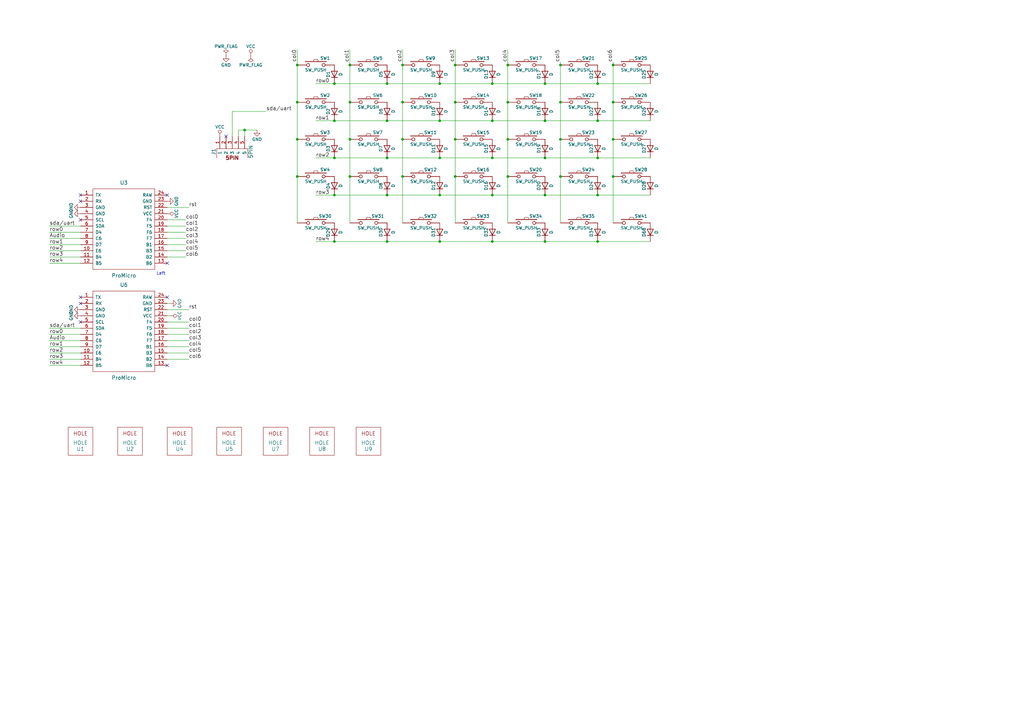
<source format=kicad_sch>
(kicad_sch (version 20231120) (generator "eeschema") (generator_version "8.0")
  (paper "A3")
  (title_block (title "Dash") (rev "1.0.0-alpha") (company "omkbd"))
  (lib_symbols
    (symbol "Device:D" (pin_numbers hide) (pin_names (offset 1.016) hide)
      (property "Reference" "D" (at 0 2.54 0))
      (property "Value" "D" (at 0 -2.54 0))
      (symbol "D_0_1"
        (polyline (pts (xy -1.27 1.27) (xy -1.27 -1.27)) (stroke (width 0.254)))
        (polyline (pts (xy 1.27 0) (xy -1.27 0)))
        (polyline (pts (xy 1.27 1.27) (xy 1.27 -1.27) (xy -1.27 0) (xy 1.27 1.27)) (stroke (width 0.254)))
      )
      (symbol "D_1_1"
        (pin passive line (at -3.81 0 0) (length 2.54) (name "K") (number "1"))
        (pin passive line (at 3.81 0 180) (length 2.54) (name "A") (number "2"))
      )
    )
    (symbol "ergodash-rescue:5PIN-ergodash" (pin_names (offset 1.016))
      (property "Reference" "J" (at -1.27 7.62 0))
      (property "Value" "ergodash:5PIN" (at -1.27 -7.62 0))
      (symbol "5PIN-ergodash_0_0"
        (polyline (pts (xy -3.81 6.35) (xy 0 6.35) (xy 0 -6.35) (xy -3.81 -6.35)))
        (text "5PIN" (at -3.81 0 900) (effects (font (size 1.524 1.524) (bold yes))))
      )
      (symbol "5PIN-ergodash_1_1"
        (pin power_in line (at 5.08 5.08 180) (length 5.08) (name "1") (number "1"))
        (pin bidirectional line (at 5.08 2.54 180) (length 5.08) (name "2") (number "2"))
        (pin bidirectional line (at 5.08 0 180) (length 5.08) (name "3") (number "3"))
        (pin power_in line (at 5.08 -2.54 180) (length 5.08) (name "4") (number "4"))
        (pin power_in line (at 5.08 -5.08 180) (length 5.08) (name "5") (number "5"))
      )
    )
    (symbol "ergodash-rescue:GND-power" (power) (pin_names (offset 0))
      (property "Value" "power:GND" (at 0 -3.81 0))
      (symbol "GND-power_0_1"
        (polyline (pts (xy 0 0) (xy 0 -1.27) (xy 1.27 -1.27) (xy 0 -2.54) (xy -1.27 -1.27) (xy 0 -1.27)))
      )
      (symbol "GND-power_1_1"
        (pin power_in line (at 0 0 270) (length 0) hide (name "GND") (number "1"))
      )
    )
    (symbol "ergodash-rescue:HOLE-ergodash" (pin_names (offset 1.016))
      (property "Reference" "U" (at 0 0 0))
      (property "Value" "ergodash:HOLE" (at 0 2.54 0))
      (symbol "HOLE-ergodash_0_0"
        (text "HOLE" (at 0 6.35 0) (effects (font (size 1.524 1.524))))
      )
      (symbol "HOLE-ergodash_0_1"
        (rectangle (start -5.08 8.89) (end 5.08 -2.54))
      )
    )
    (symbol "ergodash-rescue:PWR_FLAG-power" (power) (pin_numbers hide) (pin_names (offset 0) hide)
      (property "Value" "power:PWR_FLAG" (at 0 3.81 0))
      (symbol "PWR_FLAG-power_0_0"
        (pin power_out line (at 0 0 90) (length 0) (name "pwr") (number "1"))
      )
      (symbol "PWR_FLAG-power_0_1"
        (polyline (pts (xy 0 0) (xy 0 1.27) (xy -1.016 1.905) (xy 0 2.54) (xy 1.016 1.905) (xy 0 1.27)))
      )
    )
    (symbol "ergodash-rescue:ProMicro-promicro" (pin_names (offset 1.016))
      (property "Reference" "U" (at 0 24.13 0))
      (property "Value" "promicro:ProMicro" (at 0 -13.97 0))
      (symbol "ProMicro-promicro_0_1"
        (rectangle (start -12.7 21.59) (end 12.7 -11.43))
      )
      (symbol "ProMicro-promicro_1_1"
        (pin bidirectional line (at -17.78 19.05 0) (length 5.08) (name "TX") (number "1"))
        (pin bidirectional line (at -17.78 -3.81 0) (length 5.08) (name "E6") (number "10"))
        (pin bidirectional line (at -17.78 -6.35 0) (length 5.08) (name "B4") (number "11"))
        (pin bidirectional line (at -17.78 -8.89 0) (length 5.08) (name "B5") (number "12"))
        (pin bidirectional line (at 17.78 -8.89 180) (length 5.08) (name "B6") (number "13"))
        (pin bidirectional line (at 17.78 -6.35 180) (length 5.08) (name "B2") (number "14"))
        (pin bidirectional line (at 17.78 -3.81 180) (length 5.08) (name "B3") (number "15"))
        (pin bidirectional line (at 17.78 -1.27 180) (length 5.08) (name "B1") (number "16"))
        (pin bidirectional line (at 17.78 1.27 180) (length 5.08) (name "F7") (number "17"))
        (pin bidirectional line (at 17.78 3.81 180) (length 5.08) (name "F6") (number "18"))
        (pin bidirectional line (at 17.78 6.35 180) (length 5.08) (name "F5") (number "19"))
        (pin bidirectional line (at -17.78 16.51 0) (length 5.08) (name "RX") (number "2"))
        (pin bidirectional line (at 17.78 8.89 180) (length 5.08) (name "F4") (number "20"))
        (pin power_in line (at 17.78 11.43 180) (length 5.08) (name "VCC") (number "21"))
        (pin input line (at 17.78 13.97 180) (length 5.08) (name "RST") (number "22"))
        (pin power_in line (at 17.78 16.51 180) (length 5.08) (name "GND") (number "23"))
        (pin power_out line (at 17.78 19.05 180) (length 5.08) (name "RAW") (number "24"))
        (pin power_in line (at -17.78 13.97 0) (length 5.08) (name "GND") (number "3"))
        (pin power_in line (at -17.78 11.43 0) (length 5.08) (name "GND") (number "4"))
        (pin bidirectional line (at -17.78 8.89 0) (length 5.08) (name "SCL") (number "5"))
        (pin bidirectional line (at -17.78 6.35 0) (length 5.08) (name "SDA") (number "6"))
        (pin bidirectional line (at -17.78 3.81 0) (length 5.08) (name "D4") (number "7"))
        (pin bidirectional line (at -17.78 1.27 0) (length 5.08) (name "C6") (number "8"))
        (pin bidirectional line (at -17.78 -1.27 0) (length 5.08) (name "D7") (number "9"))
      )
    )
    (symbol "ergodash-rescue:SW_PUSH-ergodash" (pin_numbers hide) (pin_names (offset 1.016) hide)
      (property "Reference" "SW" (at 3.81 2.794 0))
      (property "Value" "ergodash:SW_PUSH" (at 0 -2.032 0))
      (symbol "SW_PUSH-ergodash_0_1"
        (rectangle (start -4.318 1.27) (end 4.318 1.524))
        (polyline (pts (xy -1.016 1.524) (xy -0.762 2.286) (xy 0.762 2.286) (xy 1.016 1.524)))
        (pin passive inverted (at -7.62 0 0) (length 5.08) (name "1") (number "1"))
        (pin passive inverted (at 7.62 0 180) (length 5.08) (name "2") (number "2"))
      )
    )
    (symbol "ergodash-rescue:VCC-power" (power) (pin_names (offset 0))
      (property "Value" "power:VCC" (at 0 3.81 0))
      (symbol "VCC-power_0_1"
        (polyline (pts (xy 0 0) (xy 0 1.27)))
        (circle (center 0 1.905) (radius 0.635))
      )
      (symbol "VCC-power_1_1"
        (pin power_in line (at 0 0 90) (length 0) hide (name "VCC") (number "1"))
      )
    )
  )
  (junction (at 180.34 49.53))
  (junction (at 245.11 99.06))
  (junction (at 208.28 72.39))
  (junction (at 223.52 80.01))
  (junction (at 251.46 72.39))
  (junction (at 245.11 64.77))
  (junction (at 245.11 34.29))
  (junction (at 201.93 80.01))
  (junction (at 180.34 34.29))
  (junction (at 245.11 49.53))
  (junction (at 186.69 41.91))
  (junction (at 180.34 64.77))
  (junction (at 137.16 34.29))
  (junction (at 251.46 26.67))
  (junction (at 158.75 64.77))
  (junction (at 165.1 41.91))
  (junction (at 186.69 57.15))
  (junction (at 229.87 41.91))
  (junction (at 158.75 34.29))
  (junction (at 165.1 72.39))
  (junction (at 143.51 57.15))
  (junction (at 143.51 41.91))
  (junction (at 158.75 49.53))
  (junction (at 208.28 57.15))
  (junction (at 143.51 72.39))
  (junction (at 251.46 41.91))
  (junction (at 229.87 57.15))
  (junction (at 121.92 26.67))
  (junction (at 223.52 64.77))
  (junction (at 223.52 34.29))
  (junction (at 165.1 26.67))
  (junction (at 201.93 49.53))
  (junction (at 229.87 72.39))
  (junction (at 121.92 57.15))
  (junction (at 137.16 49.53))
  (junction (at 245.11 80.01))
  (junction (at 201.93 64.77))
  (junction (at 137.16 64.77))
  (junction (at 100.33 53.34))
  (junction (at 158.75 99.06))
  (junction (at 223.52 49.53))
  (junction (at 208.28 26.67))
  (junction (at 143.51 26.67))
  (junction (at 137.16 80.01))
  (junction (at 137.16 99.06))
  (junction (at 186.69 72.39))
  (junction (at 223.52 99.06))
  (junction (at 121.92 72.39))
  (junction (at 229.87 26.67))
  (junction (at 180.34 80.01))
  (junction (at 186.69 26.67))
  (junction (at 165.1 57.15))
  (junction (at 208.28 41.91))
  (junction (at 201.93 99.06))
  (junction (at 121.92 41.91))
  (junction (at 251.46 57.15))
  (junction (at 158.75 80.01))
  (junction (at 180.34 99.06))
  (junction (at 201.93 34.29))
  (no_connect (at 92.71 55.88))
  (no_connect (at 33.02 82.55))
  (no_connect (at 68.58 107.95))
  (no_connect (at 33.02 80.01))
  (no_connect (at 33.02 121.92))
  (no_connect (at 33.02 90.17))
  (no_connect (at 68.58 80.01))
  (no_connect (at 33.02 132.08))
  (no_connect (at 33.02 124.46))
  (no_connect (at 68.58 121.92))
  (no_connect (at 68.58 149.86))
  (wire (pts (xy 143.51 26.67) (xy 143.51 41.91)))
  (wire (pts (xy 121.92 26.67) (xy 121.92 41.91)))
  (wire (pts (xy 229.87 26.67) (xy 229.87 41.91)))
  (wire (pts (xy 20.32 92.71) (xy 33.02 92.71)))
  (wire (pts (xy 95.25 45.72) (xy 109.22 45.72)))
  (wire (pts (xy 223.52 64.77) (xy 245.11 64.77)))
  (wire (pts (xy 129.54 80.01) (xy 137.16 80.01)))
  (wire (pts (xy 229.87 57.15) (xy 229.87 72.39)))
  (wire (pts (xy 20.32 142.24) (xy 33.02 142.24)))
  (wire (pts (xy 137.16 99.06) (xy 158.75 99.06)))
  (wire (pts (xy 20.32 139.7) (xy 33.02 139.7)))
  (wire (pts (xy 20.32 95.25) (xy 33.02 95.25)))
  (wire (pts (xy 68.58 142.24) (xy 77.47 142.24)))
  (wire (pts (xy 223.52 49.53) (xy 245.11 49.53)))
  (wire (pts (xy 137.16 34.29) (xy 158.75 34.29)))
  (wire (pts (xy 68.58 90.17) (xy 76.2 90.17)))
  (wire (pts (xy 251.46 41.91) (xy 251.46 57.15)))
  (wire (pts (xy 165.1 20.32) (xy 165.1 26.67)))
  (wire (pts (xy 180.34 34.29) (xy 201.93 34.29)))
  (wire (pts (xy 251.46 25.4) (xy 251.46 26.67)))
  (wire (pts (xy 229.87 72.39) (xy 229.87 91.44)))
  (wire (pts (xy 201.93 49.53) (xy 223.52 49.53)))
  (wire (pts (xy 20.32 144.78) (xy 33.02 144.78)))
  (wire (pts (xy 97.79 55.88) (xy 97.79 53.34)))
  (wire (pts (xy 68.58 100.33) (xy 76.2 100.33)))
  (wire (pts (xy 158.75 99.06) (xy 180.34 99.06)))
  (wire (pts (xy 208.28 26.67) (xy 208.28 41.91)))
  (wire (pts (xy 245.11 49.53) (xy 266.7 49.53)))
  (wire (pts (xy 137.16 64.77) (xy 158.75 64.77)))
  (wire (pts (xy 245.11 99.06) (xy 266.7 99.06)))
  (wire (pts (xy 180.34 64.77) (xy 201.93 64.77)))
  (wire (pts (xy 223.52 80.01) (xy 245.11 80.01)))
  (wire (pts (xy 68.58 124.46) (xy 69.85 124.46)))
  (wire (pts (xy 165.1 72.39) (xy 165.1 91.44)))
  (wire (pts (xy 201.93 64.77) (xy 223.52 64.77)))
  (wire (pts (xy 68.58 85.09) (xy 77.47 85.09)))
  (wire (pts (xy 68.58 139.7) (xy 77.47 139.7)))
  (wire (pts (xy 20.32 147.32) (xy 33.02 147.32)))
  (wire (pts (xy 68.58 144.78) (xy 77.47 144.78)))
  (wire (pts (xy 201.93 34.29) (xy 223.52 34.29)))
  (wire (pts (xy 20.32 137.16) (xy 33.02 137.16)))
  (wire (pts (xy 186.69 26.67) (xy 186.69 41.91)))
  (wire (pts (xy 251.46 26.67) (xy 251.46 41.91)))
  (wire (pts (xy 186.69 72.39) (xy 186.69 91.44)))
  (wire (pts (xy 223.52 99.06) (xy 245.11 99.06)))
  (wire (pts (xy 208.28 41.91) (xy 208.28 57.15)))
  (wire (pts (xy 165.1 41.91) (xy 165.1 57.15)))
  (wire (pts (xy 20.32 149.86) (xy 33.02 149.86)))
  (wire (pts (xy 121.92 72.39) (xy 121.92 91.44)))
  (wire (pts (xy 180.34 99.06) (xy 201.93 99.06)))
  (wire (pts (xy 68.58 102.87) (xy 76.2 102.87)))
  (wire (pts (xy 186.69 41.91) (xy 186.69 57.15)))
  (wire (pts (xy 97.79 53.34) (xy 100.33 53.34)))
  (wire (pts (xy 68.58 95.25) (xy 76.2 95.25)))
  (wire (pts (xy 129.54 34.29) (xy 137.16 34.29)))
  (wire (pts (xy 68.58 147.32) (xy 77.47 147.32)))
  (wire (pts (xy 20.32 97.79) (xy 33.02 97.79)))
  (wire (pts (xy 201.93 80.01) (xy 223.52 80.01)))
  (wire (pts (xy 165.1 57.15) (xy 165.1 72.39)))
  (wire (pts (xy 158.75 34.29) (xy 180.34 34.29)))
  (wire (pts (xy 121.92 41.91) (xy 121.92 57.15)))
  (wire (pts (xy 180.34 80.01) (xy 201.93 80.01)))
  (wire (pts (xy 229.87 41.91) (xy 229.87 57.15)))
  (wire (pts (xy 68.58 127) (xy 77.47 127)))
  (wire (pts (xy 68.58 134.62) (xy 77.47 134.62)))
  (wire (pts (xy 186.69 20.32) (xy 186.69 26.67)))
  (wire (pts (xy 100.33 53.34) (xy 100.33 55.88)))
  (wire (pts (xy 137.16 80.01) (xy 158.75 80.01)))
  (wire (pts (xy 68.58 105.41) (xy 76.2 105.41)))
  (wire (pts (xy 68.58 129.54) (xy 69.85 129.54)))
  (wire (pts (xy 186.69 57.15) (xy 186.69 72.39)))
  (wire (pts (xy 143.51 72.39) (xy 143.51 91.44)))
  (wire (pts (xy 137.16 49.53) (xy 158.75 49.53)))
  (wire (pts (xy 158.75 64.77) (xy 180.34 64.77)))
  (wire (pts (xy 165.1 26.67) (xy 165.1 41.91)))
  (wire (pts (xy 68.58 97.79) (xy 76.2 97.79)))
  (wire (pts (xy 68.58 137.16) (xy 77.47 137.16)))
  (wire (pts (xy 251.46 72.39) (xy 251.46 91.44)))
  (wire (pts (xy 143.51 20.32) (xy 143.51 26.67)))
  (wire (pts (xy 129.54 99.06) (xy 137.16 99.06)))
  (wire (pts (xy 20.32 102.87) (xy 33.02 102.87)))
  (wire (pts (xy 158.75 49.53) (xy 180.34 49.53)))
  (wire (pts (xy 121.92 20.32) (xy 121.92 26.67)))
  (wire (pts (xy 95.25 45.72) (xy 95.25 55.88)))
  (wire (pts (xy 223.52 34.29) (xy 245.11 34.29)))
  (wire (pts (xy 68.58 132.08) (xy 77.47 132.08)))
  (wire (pts (xy 208.28 57.15) (xy 208.28 72.39)))
  (wire (pts (xy 251.46 57.15) (xy 251.46 72.39)))
  (wire (pts (xy 245.11 80.01) (xy 266.7 80.01)))
  (wire (pts (xy 158.75 80.01) (xy 180.34 80.01)))
  (wire (pts (xy 180.34 49.53) (xy 201.93 49.53)))
  (wire (pts (xy 20.32 105.41) (xy 33.02 105.41)))
  (wire (pts (xy 129.54 49.53) (xy 137.16 49.53)))
  (wire (pts (xy 229.87 25.4) (xy 229.87 26.67)))
  (wire (pts (xy 208.28 20.32) (xy 208.28 26.67)))
  (wire (pts (xy 143.51 57.15) (xy 143.51 72.39)))
  (wire (pts (xy 100.33 53.34) (xy 105.41 53.34)))
  (wire (pts (xy 201.93 99.06) (xy 223.52 99.06)))
  (wire (pts (xy 20.32 107.95) (xy 33.02 107.95)))
  (wire (pts (xy 129.54 64.77) (xy 137.16 64.77)))
  (wire (pts (xy 245.11 34.29) (xy 266.7 34.29)))
  (wire (pts (xy 208.28 72.39) (xy 208.28 91.44)))
  (wire (pts (xy 143.51 41.91) (xy 143.51 57.15)))
  (wire (pts (xy 68.58 92.71) (xy 76.2 92.71)))
  (wire (pts (xy 33.02 134.62) (xy 20.32 134.62)))
  (wire (pts (xy 20.32 100.33) (xy 33.02 100.33)))
  (wire (pts (xy 121.92 57.15) (xy 121.92 72.39)))
  (wire (pts (xy 245.11 64.77) (xy 266.7 64.77)))
  (text "Left" (at 66.04 112.268 0) (effects (font (size 1.27 1.27))))
  (label "col0" (at 76.2 90.17 0) (effects (font (size 1.524 1.524))))
  (label "col6" (at 251.46 25.4 90) (effects (font (size 1.524 1.524))))
  (label "col3" (at 186.69 25.4 90) (effects (font (size 1.524 1.524))))
  (label "row1" (at 20.32 142.24 0) (effects (font (size 1.524 1.524))))
  (label "sda/uart" (at 20.32 92.71 0) (effects (font (size 1.524 1.524))))
  (label "col6" (at 76.2 105.41 0) (effects (font (size 1.524 1.524))))
  (label "col5" (at 77.47 144.78 0) (effects (font (size 1.524 1.524))))
  (label "row2" (at 129.54 64.77 0) (effects (font (size 1.524 1.524))))
  (label "row0" (at 20.32 95.25 0) (effects (font (size 1.524 1.524))))
  (label "col6" (at 77.47 147.32 0) (effects (font (size 1.524 1.524))))
  (label "col4" (at 76.2 100.33 0) (effects (font (size 1.524 1.524))))
  (label "col1" (at 76.2 92.71 0) (effects (font (size 1.524 1.524))))
  (label "Audio" (at 20.32 97.79 0) (effects (font (size 1.524 1.524))))
  (label "col1" (at 143.51 25.4 90) (effects (font (size 1.524 1.524))))
  (label "row0" (at 20.32 137.16 0) (effects (font (size 1.524 1.524))))
  (label "col2" (at 77.47 137.16 0) (effects (font (size 1.524 1.524))))
  (label "sda/uart" (at 20.32 134.62 0) (effects (font (size 1.524 1.524))))
  (label "sda/uart" (at 109.22 45.72 0) (effects (font (size 1.524 1.524))))
  (label "row4" (at 129.54 99.06 0) (effects (font (size 1.524 1.524))))
  (label "row1" (at 20.32 100.33 0) (effects (font (size 1.524 1.524))))
  (label "row4" (at 20.32 149.86 0) (effects (font (size 1.524 1.524))))
  (label "col2" (at 76.2 95.25 0) (effects (font (size 1.524 1.524))))
  (label "col5" (at 229.87 25.4 90) (effects (font (size 1.524 1.524))))
  (label "rst" (at 77.47 85.09 0) (effects (font (size 1.524 1.524))))
  (label "col1" (at 77.47 134.62 0) (effects (font (size 1.524 1.524))))
  (label "row3" (at 20.32 105.41 0) (effects (font (size 1.524 1.524))))
  (label "rst" (at 77.47 127 0) (effects (font (size 1.524 1.524))))
  (label "row4" (at 20.32 107.95 0) (effects (font (size 1.524 1.524))))
  (label "col3" (at 76.2 97.79 0) (effects (font (size 1.524 1.524))))
  (label "col4" (at 77.47 142.24 0) (effects (font (size 1.524 1.524))))
  (label "row3" (at 129.54 80.01 0) (effects (font (size 1.524 1.524))))
  (label "row1" (at 129.54 49.53 0) (effects (font (size 1.524 1.524))))
  (label "Audio" (at 20.32 139.7 0) (effects (font (size 1.524 1.524))))
  (label "col0" (at 121.92 25.4 90) (effects (font (size 1.524 1.524))))
  (label "col3" (at 77.47 139.7 0) (effects (font (size 1.524 1.524))))
  (label "col4" (at 208.28 25.4 90) (effects (font (size 1.524 1.524))))
  (label "row2" (at 20.32 102.87 0) (effects (font (size 1.524 1.524))))
  (label "col2" (at 165.1 25.4 90) (effects (font (size 1.524 1.524))))
  (label "row0" (at 129.54 34.29 0) (effects (font (size 1.524 1.524))))
  (label "col5" (at 76.2 102.87 0) (effects (font (size 1.524 1.524))))
  (label "row2" (at 20.32 144.78 0) (effects (font (size 1.524 1.524))))
  (label "row3" (at 20.32 147.32 0) (effects (font (size 1.524 1.524))))
  (label "col0" (at 77.47 132.08 0) (effects (font (size 1.524 1.524))))
  (symbol (lib_id "ergodash-rescue:HOLE-ergodash") (at 33.02 184.15 0) (unit 1)
    (property "Reference" "U1" (at 33.02 184.15 0) (effects (font (size 1.524 1.524))))
    (property "Value" "HOLE" (at 33.02 181.61 0) (effects (font (size 1.524 1.524))))
    (property "Footprint" "library:hole" (effects (hide yes)))
  )
  (symbol (lib_id "ergodash-rescue:HOLE-ergodash") (at 53.34 184.15 0) (unit 1)
    (property "Reference" "U2" (at 53.34 184.15 0) (effects (font (size 1.524 1.524))))
    (property "Value" "HOLE" (at 53.34 181.61 0) (effects (font (size 1.524 1.524))))
    (property "Footprint" "library:hole" (effects (hide yes)))
  )
  (symbol (lib_id "ergodash-rescue:HOLE-ergodash") (at 73.66 184.15 0) (unit 1)
    (property "Reference" "U4" (at 73.66 184.15 0) (effects (font (size 1.524 1.524))))
    (property "Value" "HOLE" (at 73.66 181.61 0) (effects (font (size 1.524 1.524))))
    (property "Footprint" "library:hole" (effects (hide yes)))
  )
  (symbol (lib_id "ergodash-rescue:HOLE-ergodash") (at 93.98 184.15 0) (unit 1)
    (property "Reference" "U5" (at 93.98 184.15 0) (effects (font (size 1.524 1.524))))
    (property "Value" "HOLE" (at 93.98 181.61 0) (effects (font (size 1.524 1.524))))
    (property "Footprint" "library:hole" (effects (hide yes)))
  )
  (symbol (lib_id "ergodash-rescue:ProMicro-promicro") (at 50.8 99.06 0) (unit 1)
    (property "Reference" "U3" (at 50.8 74.93 0) (effects (font (size 1.524 1.524))))
    (property "Value" "ProMicro" (at 50.8 113.03 0) (effects (font (size 1.524 1.524))))
    (property "Footprint" "library:ProMicro_rev" (effects (hide yes)))
  )
  (symbol (lib_id "ergodash-rescue:GND-power") (at 68.58 82.55 90) (unit 1)
    (property "Reference" "#PWR01" (effects (hide yes)))
    (property "Value" "GND" (at 72.39 82.55 0))
  )
  (symbol (lib_id "ergodash-rescue:VCC-power") (at 68.58 87.63 270) (unit 1)
    (property "Reference" "#PWR02" (effects (hide yes)))
    (property "Value" "VCC" (at 72.39 87.63 0))
  )
  (symbol (lib_id "ergodash-rescue:GND-power") (at 33.02 85.09 270) (unit 1)
    (property "Reference" "#PWR03" (effects (hide yes)))
    (property "Value" "GND" (at 29.21 85.09 0))
  )
  (symbol (lib_id "ergodash-rescue:GND-power") (at 33.02 87.63 270) (unit 1)
    (property "Reference" "#PWR04" (effects (hide yes)))
    (property "Value" "GND" (at 29.21 87.63 0))
  )
  (symbol (lib_id "ergodash-rescue:5PIN-ergodash") (at 95.25 60.96 90) (unit 1)
    (property "Reference" "J1" (at 87.63 62.23 0) (effects (font (size 1.524 1.524))))
    (property "Value" "5PIN" (at 102.87 62.23 0) (effects (font (size 1.524 1.524))))
    (property "Footprint" "library:trrs_jack" (effects (hide yes)))
  )
  (symbol (lib_id "ergodash-rescue:GND-power") (at 105.41 53.34 0) (unit 1)
    (property "Reference" "#PWR07" (effects (hide yes)))
    (property "Value" "GND" (at 105.41 57.15 0))
  )
  (symbol (lib_id "ergodash-rescue:VCC-power") (at 90.17 55.88 0) (unit 1)
    (property "Reference" "#PWR08" (effects (hide yes)))
    (property "Value" "VCC" (at 90.17 52.07 0))
  )
  (symbol (lib_id "ergodash-rescue:SW_PUSH-ergodash") (at 129.54 26.67 0) (unit 1)
    (property "Reference" "SW1" (at 133.35 23.876 0))
    (property "Value" "SW_PUSH" (at 129.54 28.702 0))
    (property "Footprint" "KeySwitchFootpring:Kailh_socket_PG1350_optional_reversible" (effects (hide yes)))
  )
  (symbol (lib_id "Device:D") (at 137.16 30.48 90) (unit 1)
    (property "Reference" "D1" (at 134.62 30.48 0))
    (property "Value" "D" (at 139.7 30.48 0))
    (property "Footprint" "library:Diode_SMD_THT3" (effects (hide yes)))
  )
  (symbol (lib_id "ergodash-rescue:SW_PUSH-ergodash") (at 151.13 26.67 0) (unit 1)
    (property "Reference" "SW5" (at 154.94 23.876 0))
    (property "Value" "SW_PUSH" (at 151.13 28.702 0))
    (property "Footprint" "KeySwitchFootpring:Kailh_socket_PG1350_optional_reversible" (effects (hide yes)))
  )
  (symbol (lib_id "ergodash-rescue:SW_PUSH-ergodash") (at 172.72 26.67 0) (unit 1)
    (property "Reference" "SW9" (at 176.53 23.876 0))
    (property "Value" "SW_PUSH" (at 172.72 28.702 0))
    (property "Footprint" "KeySwitchFootpring:Kailh_socket_PG1350_optional_reversible" (effects (hide yes)))
  )
  (symbol (lib_id "ergodash-rescue:SW_PUSH-ergodash") (at 194.31 26.67 0) (unit 1)
    (property "Reference" "SW13" (at 198.12 23.876 0))
    (property "Value" "SW_PUSH" (at 194.31 28.702 0))
    (property "Footprint" "KeySwitchFootpring:Kailh_socket_PG1350_optional_reversible" (effects (hide yes)))
  )
  (symbol (lib_id "ergodash-rescue:SW_PUSH-ergodash") (at 215.9 26.67 0) (unit 1)
    (property "Reference" "SW17" (at 219.71 23.876 0))
    (property "Value" "SW_PUSH" (at 215.9 28.702 0))
    (property "Footprint" "KeySwitchFootpring:Kailh_socket_PG1350_optional_reversible" (effects (hide yes)))
  )
  (symbol (lib_id "ergodash-rescue:SW_PUSH-ergodash") (at 237.49 26.67 0) (unit 1)
    (property "Reference" "SW21" (at 241.3 23.876 0))
    (property "Value" "SW_PUSH" (at 237.49 28.702 0))
    (property "Footprint" "KeySwitchFootpring:Kailh_socket_PG1350_optional_reversible" (effects (hide yes)))
  )
  (symbol (lib_id "ergodash-rescue:SW_PUSH-ergodash") (at 259.08 26.67 0) (unit 1)
    (property "Reference" "SW25" (at 262.89 23.876 0))
    (property "Value" "SW_PUSH" (at 259.08 28.702 0))
    (property "Footprint" "KeySwitchFootpring:Kailh_socket_PG1350_optional_reversible" (effects (hide yes)))
  )
  (symbol (lib_id "Device:D") (at 158.75 30.48 90) (unit 1)
    (property "Reference" "D5" (at 156.21 30.48 0))
    (property "Value" "D" (at 161.29 30.48 0))
    (property "Footprint" "library:Diode_SMD_THT3" (effects (hide yes)))
  )
  (symbol (lib_id "Device:D") (at 180.34 30.48 90) (unit 1)
    (property "Reference" "D9" (at 177.8 30.48 0))
    (property "Value" "D" (at 182.88 30.48 0))
    (property "Footprint" "library:Diode_SMD_THT3" (effects (hide yes)))
  )
  (symbol (lib_id "Device:D") (at 201.93 30.48 90) (unit 1)
    (property "Reference" "D13" (at 199.39 30.48 0))
    (property "Value" "D" (at 204.47 30.48 0))
    (property "Footprint" "library:Diode_SMD_THT3" (effects (hide yes)))
  )
  (symbol (lib_id "Device:D") (at 223.52 30.48 90) (unit 1)
    (property "Reference" "D17" (at 220.98 30.48 0))
    (property "Value" "D" (at 226.06 30.48 0))
    (property "Footprint" "library:Diode_SMD_THT3" (effects (hide yes)))
  )
  (symbol (lib_id "Device:D") (at 245.11 30.48 90) (unit 1)
    (property "Reference" "D21" (at 242.57 30.48 0))
    (property "Value" "D" (at 247.65 30.48 0))
    (property "Footprint" "library:Diode_SMD_THT3" (effects (hide yes)))
  )
  (symbol (lib_id "Device:D") (at 266.7 30.48 90) (unit 1)
    (property "Reference" "D25" (at 264.16 30.48 0))
    (property "Value" "D" (at 269.24 30.48 0))
    (property "Footprint" "library:Diode_SMD_THT3" (effects (hide yes)))
  )
  (symbol (lib_id "ergodash-rescue:SW_PUSH-ergodash") (at 129.54 41.91 0) (unit 1)
    (property "Reference" "SW2" (at 133.35 39.116 0))
    (property "Value" "SW_PUSH" (at 129.54 43.942 0))
    (property "Footprint" "KeySwitchFootpring:Kailh_socket_PG1350_optional_reversible" (effects (hide yes)))
  )
  (symbol (lib_id "ergodash-rescue:SW_PUSH-ergodash") (at 151.13 41.91 0) (unit 1)
    (property "Reference" "SW6" (at 154.94 39.116 0))
    (property "Value" "SW_PUSH" (at 151.13 43.942 0))
    (property "Footprint" "KeySwitchFootpring:Kailh_socket_PG1350_optional_reversible" (effects (hide yes)))
  )
  (symbol (lib_id "ergodash-rescue:SW_PUSH-ergodash") (at 172.72 41.91 0) (unit 1)
    (property "Reference" "SW10" (at 176.53 39.116 0))
    (property "Value" "SW_PUSH" (at 172.72 43.942 0))
    (property "Footprint" "KeySwitchFootpring:Kailh_socket_PG1350_optional_reversible" (effects (hide yes)))
  )
  (symbol (lib_id "ergodash-rescue:SW_PUSH-ergodash") (at 194.31 41.91 0) (unit 1)
    (property "Reference" "SW14" (at 198.12 39.116 0))
    (property "Value" "SW_PUSH" (at 194.31 43.942 0))
    (property "Footprint" "KeySwitchFootpring:Kailh_socket_PG1350_optional_reversible" (effects (hide yes)))
  )
  (symbol (lib_id "ergodash-rescue:SW_PUSH-ergodash") (at 215.9 41.91 0) (unit 1)
    (property "Reference" "SW18" (at 219.71 39.116 0))
    (property "Value" "SW_PUSH" (at 215.9 43.942 0))
    (property "Footprint" "KeySwitchFootpring:Kailh_socket_PG1350_optional_reversible" (effects (hide yes)))
  )
  (symbol (lib_id "ergodash-rescue:SW_PUSH-ergodash") (at 237.49 41.91 0) (unit 1)
    (property "Reference" "SW22" (at 241.3 39.116 0))
    (property "Value" "SW_PUSH" (at 237.49 43.942 0))
    (property "Footprint" "KeySwitchFootpring:Kailh_socket_PG1350_optional_reversible" (effects (hide yes)))
  )
  (symbol (lib_id "ergodash-rescue:SW_PUSH-ergodash") (at 259.08 41.91 0) (unit 1)
    (property "Reference" "SW26" (at 262.89 39.116 0))
    (property "Value" "SW_PUSH" (at 259.08 43.942 0))
    (property "Footprint" "KeySwitchFootpring:Kailh_socket_PG1350_optional_reversible" (effects (hide yes)))
  )
  (symbol (lib_id "ergodash-rescue:SW_PUSH-ergodash") (at 259.08 57.15 0) (unit 1)
    (property "Reference" "SW27" (at 262.89 54.356 0))
    (property "Value" "SW_PUSH" (at 259.08 59.182 0))
    (property "Footprint" "KeySwitchFootpring:Kailh_socket_PG1350_optional_reversible" (effects (hide yes)))
  )
  (symbol (lib_id "ergodash-rescue:SW_PUSH-ergodash") (at 237.49 57.15 0) (unit 1)
    (property "Reference" "SW23" (at 241.3 54.356 0))
    (property "Value" "SW_PUSH" (at 237.49 59.182 0))
    (property "Footprint" "KeySwitchFootpring:Kailh_socket_PG1350_optional_reversible" (effects (hide yes)))
  )
  (symbol (lib_id "ergodash-rescue:SW_PUSH-ergodash") (at 215.9 57.15 0) (unit 1)
    (property "Reference" "SW19" (at 219.71 54.356 0))
    (property "Value" "SW_PUSH" (at 215.9 59.182 0))
    (property "Footprint" "KeySwitchFootpring:Kailh_socket_PG1350_optional_reversible" (effects (hide yes)))
  )
  (symbol (lib_id "ergodash-rescue:SW_PUSH-ergodash") (at 194.31 57.15 0) (unit 1)
    (property "Reference" "SW15" (at 198.12 54.356 0))
    (property "Value" "SW_PUSH" (at 194.31 59.182 0))
    (property "Footprint" "KeySwitchFootpring:Kailh_socket_PG1350_optional_reversible" (effects (hide yes)))
  )
  (symbol (lib_id "ergodash-rescue:SW_PUSH-ergodash") (at 172.72 57.15 0) (unit 1)
    (property "Reference" "SW11" (at 176.53 54.356 0))
    (property "Value" "SW_PUSH" (at 172.72 59.182 0))
    (property "Footprint" "KeySwitchFootpring:Kailh_socket_PG1350_optional_reversible" (effects (hide yes)))
  )
  (symbol (lib_id "ergodash-rescue:SW_PUSH-ergodash") (at 151.13 57.15 0) (unit 1)
    (property "Reference" "SW7" (at 154.94 54.356 0))
    (property "Value" "SW_PUSH" (at 151.13 59.182 0))
    (property "Footprint" "KeySwitchFootpring:Kailh_socket_PG1350_optional_reversible" (effects (hide yes)))
  )
  (symbol (lib_id "ergodash-rescue:SW_PUSH-ergodash") (at 129.54 57.15 0) (unit 1)
    (property "Reference" "SW3" (at 133.35 54.356 0))
    (property "Value" "SW_PUSH" (at 129.54 59.182 0))
    (property "Footprint" "KeySwitchFootpring:Kailh_socket_PG1350_optional_reversible" (effects (hide yes)))
  )
  (symbol (lib_id "ergodash-rescue:SW_PUSH-ergodash") (at 129.54 72.39 0) (unit 1)
    (property "Reference" "SW4" (at 133.35 69.596 0))
    (property "Value" "SW_PUSH" (at 129.54 74.422 0))
    (property "Footprint" "KeySwitchFootpring:Kailh_socket_PG1350_optional_reversible" (effects (hide yes)))
  )
  (symbol (lib_id "ergodash-rescue:SW_PUSH-ergodash") (at 151.13 72.39 0) (unit 1)
    (property "Reference" "SW8" (at 154.94 69.596 0))
    (property "Value" "SW_PUSH" (at 151.13 74.422 0))
    (property "Footprint" "KeySwitchFootpring:Kailh_socket_PG1350_optional_reversible" (effects (hide yes)))
  )
  (symbol (lib_id "ergodash-rescue:SW_PUSH-ergodash") (at 172.72 72.39 0) (unit 1)
    (property "Reference" "SW12" (at 176.53 69.596 0))
    (property "Value" "SW_PUSH" (at 172.72 74.422 0))
    (property "Footprint" "KeySwitchFootpring:Kailh_socket_PG1350_optional_reversible" (effects (hide yes)))
  )
  (symbol (lib_id "ergodash-rescue:SW_PUSH-ergodash") (at 194.31 72.39 0) (unit 1)
    (property "Reference" "SW16" (at 198.12 69.596 0))
    (property "Value" "SW_PUSH" (at 194.31 74.422 0))
    (property "Footprint" "KeySwitchFootpring:Kailh_socket_PG1350_optional_reversible" (effects (hide yes)))
  )
  (symbol (lib_id "ergodash-rescue:SW_PUSH-ergodash") (at 215.9 72.39 0) (unit 1)
    (property "Reference" "SW20" (at 219.71 69.596 0))
    (property "Value" "SW_PUSH" (at 215.9 74.422 0))
    (property "Footprint" "KeySwitchFootpring:Kailh_socket_PG1350_optional_reversible" (effects (hide yes)))
  )
  (symbol (lib_id "ergodash-rescue:SW_PUSH-ergodash") (at 237.49 72.39 0) (unit 1)
    (property "Reference" "SW24" (at 241.3 69.596 0))
    (property "Value" "SW_PUSH" (at 237.49 74.422 0))
    (property "Footprint" "KeySwitchFootpring:Kailh_socket_PG1350_optional_reversible" (effects (hide yes)))
  )
  (symbol (lib_id "ergodash-rescue:SW_PUSH-ergodash") (at 259.08 72.39 0) (unit 1)
    (property "Reference" "SW28" (at 262.89 69.596 0))
    (property "Value" "SW_PUSH" (at 259.08 74.422 0))
    (property "Footprint" "KeySwitchFootpring:Kailh_socket_PG1350_optional_reversible" (effects (hide yes)))
  )
  (symbol (lib_id "Device:D") (at 137.16 45.72 90) (unit 1)
    (property "Reference" "D2" (at 134.62 45.72 0))
    (property "Value" "D" (at 139.7 45.72 0))
    (property "Footprint" "library:Diode_SMD_THT3" (effects (hide yes)))
  )
  (symbol (lib_id "Device:D") (at 158.75 45.72 90) (unit 1)
    (property "Reference" "D6" (at 156.21 45.72 0))
    (property "Value" "D" (at 161.29 45.72 0))
    (property "Footprint" "library:Diode_SMD_THT3" (effects (hide yes)))
  )
  (symbol (lib_id "Device:D") (at 180.34 45.72 90) (unit 1)
    (property "Reference" "D10" (at 177.8 45.72 0))
    (property "Value" "D" (at 182.88 45.72 0))
    (property "Footprint" "library:Diode_SMD_THT3" (effects (hide yes)))
  )
  (symbol (lib_id "Device:D") (at 201.93 45.72 90) (unit 1)
    (property "Reference" "D14" (at 199.39 45.72 0))
    (property "Value" "D" (at 204.47 45.72 0))
    (property "Footprint" "library:Diode_SMD_THT3" (effects (hide yes)))
  )
  (symbol (lib_id "Device:D") (at 223.52 45.72 90) (unit 1)
    (property "Reference" "D18" (at 220.98 45.72 0))
    (property "Value" "D" (at 226.06 45.72 0))
    (property "Footprint" "library:Diode_SMD_THT3" (effects (hide yes)))
  )
  (symbol (lib_id "Device:D") (at 245.11 45.72 90) (unit 1)
    (property "Reference" "D22" (at 242.57 45.72 0))
    (property "Value" "D" (at 247.65 45.72 0))
    (property "Footprint" "library:Diode_SMD_THT3" (effects (hide yes)))
  )
  (symbol (lib_id "Device:D") (at 266.7 45.72 90) (unit 1)
    (property "Reference" "D26" (at 264.16 45.72 0))
    (property "Value" "D" (at 269.24 45.72 0))
    (property "Footprint" "library:Diode_SMD_THT3" (effects (hide yes)))
  )
  (symbol (lib_id "Device:D") (at 266.7 60.96 90) (unit 1)
    (property "Reference" "D27" (at 264.16 60.96 0))
    (property "Value" "D" (at 269.24 60.96 0))
    (property "Footprint" "library:Diode_SMD_THT3" (effects (hide yes)))
  )
  (symbol (lib_id "Device:D") (at 245.11 60.96 90) (unit 1)
    (property "Reference" "D23" (at 242.57 60.96 0))
    (property "Value" "D" (at 247.65 60.96 0))
    (property "Footprint" "library:Diode_SMD_THT3" (effects (hide yes)))
  )
  (symbol (lib_id "Device:D") (at 223.52 60.96 90) (unit 1)
    (property "Reference" "D19" (at 220.98 60.96 0))
    (property "Value" "D" (at 226.06 60.96 0))
    (property "Footprint" "library:Diode_SMD_THT3" (effects (hide yes)))
  )
  (symbol (lib_id "Device:D") (at 201.93 60.96 90) (unit 1)
    (property "Reference" "D15" (at 199.39 60.96 0))
    (property "Value" "D" (at 204.47 60.96 0))
    (property "Footprint" "library:Diode_SMD_THT3" (effects (hide yes)))
  )
  (symbol (lib_id "Device:D") (at 180.34 60.96 90) (unit 1)
    (property "Reference" "D11" (at 177.8 60.96 0))
    (property "Value" "D" (at 182.88 60.96 0))
    (property "Footprint" "library:Diode_SMD_THT3" (effects (hide yes)))
  )
  (symbol (lib_id "Device:D") (at 158.75 60.96 90) (unit 1)
    (property "Reference" "D7" (at 156.21 60.96 0))
    (property "Value" "D" (at 161.29 60.96 0))
    (property "Footprint" "library:Diode_SMD_THT3" (effects (hide yes)))
  )
  (symbol (lib_id "Device:D") (at 137.16 60.96 90) (unit 1)
    (property "Reference" "D3" (at 134.62 60.96 0))
    (property "Value" "D" (at 139.7 60.96 0))
    (property "Footprint" "library:Diode_SMD_THT3" (effects (hide yes)))
  )
  (symbol (lib_id "Device:D") (at 137.16 76.2 90) (unit 1)
    (property "Reference" "D4" (at 134.62 76.2 0))
    (property "Value" "D" (at 139.7 76.2 0))
    (property "Footprint" "library:Diode_SMD_THT3" (effects (hide yes)))
  )
  (symbol (lib_id "Device:D") (at 158.75 76.2 90) (unit 1)
    (property "Reference" "D8" (at 156.21 76.2 0))
    (property "Value" "D" (at 161.29 76.2 0))
    (property "Footprint" "library:Diode_SMD_THT3" (effects (hide yes)))
  )
  (symbol (lib_id "Device:D") (at 180.34 76.2 90) (unit 1)
    (property "Reference" "D12" (at 177.8 76.2 0))
    (property "Value" "D" (at 182.88 76.2 0))
    (property "Footprint" "library:Diode_SMD_THT3" (effects (hide yes)))
  )
  (symbol (lib_id "Device:D") (at 201.93 76.2 90) (unit 1)
    (property "Reference" "D16" (at 199.39 76.2 0))
    (property "Value" "D" (at 204.47 76.2 0))
    (property "Footprint" "library:Diode_SMD_THT3" (effects (hide yes)))
  )
  (symbol (lib_id "Device:D") (at 223.52 76.2 90) (unit 1)
    (property "Reference" "D20" (at 220.98 76.2 0))
    (property "Value" "D" (at 226.06 76.2 0))
    (property "Footprint" "library:Diode_SMD_THT3" (effects (hide yes)))
  )
  (symbol (lib_id "Device:D") (at 245.11 76.2 90) (unit 1)
    (property "Reference" "D24" (at 242.57 76.2 0))
    (property "Value" "D" (at 247.65 76.2 0))
    (property "Footprint" "library:Diode_SMD_THT3" (effects (hide yes)))
  )
  (symbol (lib_id "Device:D") (at 266.7 76.2 90) (unit 1)
    (property "Reference" "D28" (at 264.16 76.2 0))
    (property "Value" "D" (at 269.24 76.2 0))
    (property "Footprint" "library:Diode_SMD_THT3" (effects (hide yes)))
  )
  (symbol (lib_id "ergodash-rescue:PWR_FLAG-power") (at 92.71 22.86 0) (unit 1)
    (property "Reference" "#FLG09" (effects (hide yes)))
    (property "Value" "PWR_FLAG" (at 92.71 19.05 0))
  )
  (symbol (lib_id "ergodash-rescue:PWR_FLAG-power") (at 102.87 22.86 180) (unit 1)
    (property "Reference" "#FLG010" (effects (hide yes)))
    (property "Value" "PWR_FLAG" (at 102.87 26.67 0))
  )
  (symbol (lib_id "ergodash-rescue:GND-power") (at 92.71 22.86 0) (unit 1)
    (property "Reference" "#PWR011" (effects (hide yes)))
    (property "Value" "GND" (at 92.71 26.67 0))
  )
  (symbol (lib_id "ergodash-rescue:VCC-power") (at 102.87 22.86 0) (unit 1)
    (property "Reference" "#PWR012" (effects (hide yes)))
    (property "Value" "VCC" (at 102.87 19.05 0))
  )
  (symbol (lib_id "ergodash-rescue:HOLE-ergodash") (at 113.03 184.15 0) (unit 1)
    (property "Reference" "U7" (at 113.03 184.15 0) (effects (font (size 1.524 1.524))))
    (property "Value" "HOLE" (at 113.03 181.61 0) (effects (font (size 1.524 1.524))))
    (property "Footprint" "library:hole" (effects (hide yes)))
  )
  (symbol (lib_id "ergodash-rescue:SW_PUSH-ergodash") (at 129.54 91.44 0) (unit 1)
    (property "Reference" "SW30" (at 133.35 88.646 0))
    (property "Value" "SW_PUSH" (at 129.54 93.472 0))
    (property "Footprint" "KeySwitchFootpring:Kailh_socket_PG1350_optional_reversible" (effects (hide yes)))
  )
  (symbol (lib_id "ergodash-rescue:SW_PUSH-ergodash") (at 151.13 91.44 0) (unit 1)
    (property "Reference" "SW31" (at 154.94 88.646 0))
    (property "Value" "SW_PUSH" (at 151.13 93.472 0))
    (property "Footprint" "KeySwitchFootpring:Kailh_socket_PG1350_optional_reversible" (effects (hide yes)))
  )
  (symbol (lib_id "ergodash-rescue:SW_PUSH-ergodash") (at 172.72 91.44 0) (unit 1)
    (property "Reference" "SW32" (at 176.53 88.646 0))
    (property "Value" "SW_PUSH" (at 172.72 93.472 0))
    (property "Footprint" "KeySwitchFootpring:Kailh_socket_PG1350_optional_reversible" (effects (hide yes)))
  )
  (symbol (lib_id "ergodash-rescue:SW_PUSH-ergodash") (at 194.31 91.44 0) (unit 1)
    (property "Reference" "SW33" (at 198.12 88.646 0))
    (property "Value" "SW_PUSH" (at 194.31 93.472 0))
    (property "Footprint" "KeySwitchFootpring:Kailh_socket_PG1350_optional_reversible" (effects (hide yes)))
  )
  (symbol (lib_id "ergodash-rescue:SW_PUSH-ergodash") (at 215.9 91.44 0) (unit 1)
    (property "Reference" "SW34" (at 219.71 88.646 0))
    (property "Value" "SW_PUSH" (at 215.9 93.472 0))
    (property "Footprint" "KeySwitchFootpring:Kailh_socket_PG1350_optional_reversible" (effects (hide yes)))
  )
  (symbol (lib_id "ergodash-rescue:SW_PUSH-ergodash") (at 237.49 91.44 0) (unit 1)
    (property "Reference" "SW35" (at 241.3 88.646 0))
    (property "Value" "SW_PUSH" (at 237.49 93.472 0))
    (property "Footprint" "KeySwitchFootpring:Kailh_socket_PG1350_optional_reversible" (effects (hide yes)))
  )
  (symbol (lib_id "Device:D") (at 137.16 95.25 90) (unit 1)
    (property "Reference" "D29" (at 134.62 95.25 0))
    (property "Value" "D" (at 139.7 95.25 0))
    (property "Footprint" "library:Diode_SMD_THT3" (effects (hide yes)))
  )
  (symbol (lib_id "Device:D") (at 158.75 95.25 90) (unit 1)
    (property "Reference" "D30" (at 156.21 95.25 0))
    (property "Value" "D" (at 161.29 95.25 0))
    (property "Footprint" "library:Diode_SMD_THT3" (effects (hide yes)))
  )
  (symbol (lib_id "Device:D") (at 180.34 95.25 90) (unit 1)
    (property "Reference" "D31" (at 177.8 95.25 0))
    (property "Value" "D" (at 182.88 95.25 0))
    (property "Footprint" "library:Diode_SMD_THT3" (effects (hide yes)))
  )
  (symbol (lib_id "Device:D") (at 201.93 95.25 90) (unit 1)
    (property "Reference" "D32" (at 199.39 95.25 0))
    (property "Value" "D" (at 204.47 95.25 0))
    (property "Footprint" "library:Diode_SMD_THT3" (effects (hide yes)))
  )
  (symbol (lib_id "Device:D") (at 223.52 95.25 90) (unit 1)
    (property "Reference" "D33" (at 220.98 95.25 0))
    (property "Value" "D" (at 226.06 95.25 0))
    (property "Footprint" "library:Diode_SMD_THT3" (effects (hide yes)))
  )
  (symbol (lib_id "Device:D") (at 245.11 95.25 90) (unit 1)
    (property "Reference" "D34" (at 242.57 95.25 0))
    (property "Value" "D" (at 247.65 95.25 0))
    (property "Footprint" "library:Diode_SMD_THT3" (effects (hide yes)))
  )
  (symbol (lib_id "ergodash-rescue:ProMicro-promicro") (at 50.8 140.97 0) (unit 1)
    (property "Reference" "U6" (at 50.8 116.84 0) (effects (font (size 1.524 1.524))))
    (property "Value" "ProMicro" (at 50.8 154.94 0) (effects (font (size 1.524 1.524))))
    (property "Footprint" "library:ProMicro_rev" (effects (hide yes)))
  )
  (symbol (lib_id "ergodash-rescue:GND-power") (at 69.85 124.46 90) (unit 1)
    (property "Reference" "#PWR018" (effects (hide yes)))
    (property "Value" "GND" (at 73.66 124.46 0))
  )
  (symbol (lib_id "ergodash-rescue:VCC-power") (at 69.85 129.54 270) (unit 1)
    (property "Reference" "#PWR019" (effects (hide yes)))
    (property "Value" "VCC" (at 73.66 129.54 0))
  )
  (symbol (lib_id "ergodash-rescue:GND-power") (at 33.02 127 270) (unit 1)
    (property "Reference" "#PWR020" (effects (hide yes)))
    (property "Value" "GND" (at 29.21 127 0))
  )
  (symbol (lib_id "ergodash-rescue:GND-power") (at 33.02 129.54 270) (unit 1)
    (property "Reference" "#PWR021" (effects (hide yes)))
    (property "Value" "GND" (at 29.21 129.54 0))
  )
  (symbol (lib_id "ergodash-rescue:HOLE-ergodash") (at 132.08 184.15 0) (unit 1)
    (property "Reference" "U8" (at 132.08 184.15 0) (effects (font (size 1.524 1.524))))
    (property "Value" "HOLE" (at 132.08 181.61 0) (effects (font (size 1.524 1.524))))
    (property "Footprint" "library:hole" (effects (hide yes)))
  )
  (symbol (lib_id "ergodash-rescue:HOLE-ergodash") (at 151.13 184.15 0) (unit 1)
    (property "Reference" "U9" (at 151.13 184.15 0) (effects (font (size 1.524 1.524))))
    (property "Value" "HOLE" (at 151.13 181.61 0) (effects (font (size 1.524 1.524))))
    (property "Footprint" "library:hole" (effects (hide yes)))
  )
  (symbol (lib_id "ergodash-rescue:SW_PUSH-ergodash") (at 259.08 91.44 0) (unit 1)
    (property "Reference" "SW41" (at 262.89 88.646 0))
    (property "Value" "SW_PUSH" (at 259.08 93.472 0))
    (property "Footprint" "KeySwitchFootpring:Kailh_socket_PG1350_optional_reversible" (effects (hide yes)))
  )
  (symbol (lib_id "Device:D") (at 266.7 95.25 90) (unit 1)
    (property "Reference" "D68" (at 264.16 95.25 0))
    (property "Value" "D" (at 269.24 95.25 0))
    (property "Footprint" "library:Diode_SMD_THT2" (effects (hide yes)))
  )
)
</source>
